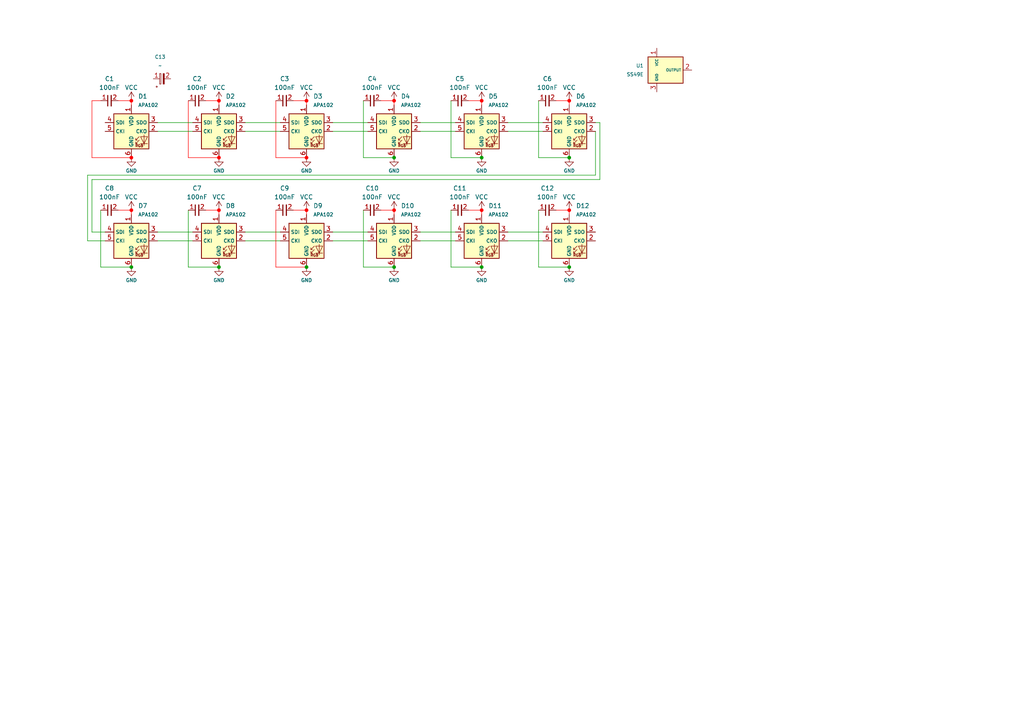
<source format=kicad_sch>
(kicad_sch (version 20250114) (generator "eeschema") (generator_version "9.0")
  (paper "A4")
  (lib_symbols
    (symbol "Symbols:APA102 LED"
      (property "Reference" "D" (at 2.032 8.636 0))
      (property "Value" "APA102" (at 4.318 6.604 0))
      (symbol "APA102 LED_0_0"
        (text "RGB" (at 2.286 -4.191 0) (effects (font (size 0.762 0.762))))
      )
      (symbol "APA102 LED_0_1"
        (rectangle (start -5.08 5.08) (end 5.08 -5.08) (stroke (width 0.254)) (fill (type background)))
        (polyline (pts (xy 1.27 -2.54) (xy 1.778 -2.54)))
        (polyline (pts (xy 1.27 -3.556) (xy 1.778 -3.556)))
        (polyline (pts (xy 2.286 -1.524) (xy 1.27 -2.54) (xy 1.27 -2.032)))
        (polyline (pts (xy 2.286 -2.54) (xy 1.27 -3.556) (xy 1.27 -3.048)))
        (polyline (pts (xy 3.683 -1.016) (xy 3.683 -3.556) (xy 3.683 -4.064)))
        (polyline (pts (xy 4.699 -1.524) (xy 2.667 -1.524) (xy 3.683 -3.556) (xy 4.699 -1.524)))
        (polyline (pts (xy 4.699 -3.556) (xy 2.667 -3.556)))
      )
      (symbol "APA102 LED_1_1"
        (pin input line (at -7.62 2.54 0) (length 2.54) (name "SDI") (number "4"))
        (pin input line (at -7.62 0 0) (length 2.54) (name "CKI") (number "5"))
        (pin power_in line (at 0 7.62 270) (length 2.54) (name "VDD") (number "1"))
        (pin power_in line (at 0 -7.62 90) (length 2.54) (name "GND") (number "6"))
        (pin output line (at 7.62 2.54 180) (length 2.54) (name "SDO") (number "3"))
        (pin output line (at 7.62 0 180) (length 2.54) (name "CKO") (number "2"))
      )
    )
    (symbol "Symbols:Capacitor 0603"
      (property "Reference" "C" (at -3.048 0 90))
      (symbol "Capacitor 0603_0_1"
        (polyline (pts (xy -1.524 0.508) (xy 1.524 0.508)) (stroke (width 0.3048)))
        (polyline (pts (xy -1.524 -0.508) (xy 1.524 -0.508)) (stroke (width 0.3302)))
      )
      (symbol "Capacitor 0603_1_1"
        (pin passive line (at 0 2.54 270) (length 2.032) (name "~") (number "1"))
        (pin passive line (at 0 -2.54 90) (length 2.032) (name "~") (number "2"))
      )
    )
    (symbol "Symbols:Capacitor Electrolytic"
      (property "Reference" "C" (at -3.302 0 90))
      (symbol "Capacitor Electrolytic_0_1"
        (polyline (pts (xy -2.54 1.524) (xy -2.032 1.524)))
        (polyline (pts (xy -2.286 1.27) (xy -2.286 1.778)))
        (rectangle (start -1.524 0.6858) (end 1.524 0.3048))
        (rectangle (start -1.524 -0.3048) (end 1.524 -0.6858) (fill (type outline)))
      )
      (symbol "Capacitor Electrolytic_1_1"
        (pin passive line (at 0 2.54 270) (length 1.8542) (name "~") (number "1"))
        (pin passive line (at 0 -2.54 90) (length 1.8542) (name "~") (number "2"))
      )
    )
    (symbol "Symbols:GND" (power) (pin_numbers (hide yes)) (pin_names (hide yes))
      (property "Value" "GND" (at 0 -3.302 0))
      (symbol "GND_0_1"
        (polyline (pts (xy 0 0) (xy 0 -1.27) (xy 1.27 -1.27) (xy 0 -2.54) (xy -1.27 -1.27) (xy 0 -1.27)))
      )
      (symbol "GND_1_1"
        (pin power_in line (at 0 0 270) (length 0) (name "~") (number ""))
      )
    )
    (symbol "Symbols:SS49E Hall Sensor"
      (property "Reference" "U" (at 0 1.778 0))
      (property "Value" "SS49E" (at 2.032 4.826 0))
      (symbol "SS49E Hall Sensor_0_1"
        (rectangle (start -5.08 3.81) (end 5.08 -3.81) (stroke (width 0.254)) (fill (type background)))
      )
      (symbol "SS49E Hall Sensor_1_1"
        (pin power_in line (at -2.54 6.35 270) (length 2.54) (name "VCC") (number "1"))
        (pin power_in line (at -2.54 -6.35 90) (length 2.54) (name "GND") (number "3"))
        (pin output line (at 7.62 0 180) (length 2.54) (name "OUTPUT") (number "2"))
      )
    )
    (symbol "Symbols:VCC" (power) (pin_numbers (hide yes)) (pin_names (hide yes))
      (property "Value" "VCC" (at 0 3.81 0))
      (symbol "VCC_0_1"
        (polyline (pts (xy -0.762 1.27) (xy 0 2.54)))
        (polyline (pts (xy 0 2.54) (xy 0.762 1.27)))
        (polyline (pts (xy 0 0) (xy 0 2.54)))
      )
      (symbol "VCC_1_1"
        (pin power_in line (at 0 0 90) (length 0) (name "~") (number ""))
      )
    )
  )
  (junction (at 88.9 29.21) (color 255 0 0 1))
  (junction (at 165.1 60.96) (color 255 0 0 1))
  (junction (at 63.5 45.72) (color 255 0 0 1))
  (junction (at 165.1 45.72))
  (junction (at 114.3 29.21) (color 255 0 0 1))
  (junction (at 139.7 29.21) (color 255 0 0 1))
  (junction (at 38.1 29.21) (color 255 0 0 1))
  (junction (at 38.1 45.72) (color 255 0 0 1))
  (junction (at 63.5 29.21) (color 255 0 0 1))
  (junction (at 88.9 77.47))
  (junction (at 88.9 60.96) (color 255 0 0 1))
  (junction (at 38.1 77.47))
  (junction (at 165.1 29.21) (color 255 0 0 1))
  (junction (at 63.5 60.96) (color 255 0 0 1))
  (junction (at 139.7 45.72))
  (junction (at 165.1 77.47))
  (junction (at 88.9 45.72) (color 255 0 0 1))
  (junction (at 63.5 77.47))
  (junction (at 139.7 60.96) (color 255 0 0 1))
  (junction (at 139.7 77.47))
  (junction (at 114.3 45.72))
  (junction (at 114.3 60.96) (color 255 0 0 1))
  (junction (at 38.1 60.96) (color 255 0 0 1))
  (junction (at 114.3 77.47))
  (wire (pts (xy 130.81 60.96) (xy 130.81 77.47)))
  (wire (pts (xy 71.12 67.31) (xy 81.28 67.31)))
  (wire (pts (xy 85.09 60.96) (xy 88.9 60.96)) (stroke (width 0) (color 255 0 0 1)))
  (wire (pts (xy 29.21 29.21) (xy 26.67 29.21)) (stroke (width 0) (color 255 0 0 1)))
  (wire (pts (xy 135.89 60.96) (xy 139.7 60.96)) (stroke (width 0) (color 255 0 0 1)))
  (wire (pts (xy 114.3 30.48) (xy 114.3 29.21)) (stroke (width 0) (color 255 0 0 1)))
  (wire (pts (xy 45.72 69.85) (xy 55.88 69.85)))
  (wire (pts (xy 147.32 69.85) (xy 157.48 69.85)))
  (wire (pts (xy 45.72 67.31) (xy 55.88 67.31)))
  (wire (pts (xy 63.5 30.48) (xy 63.5 29.21)) (stroke (width 0) (color 255 0 0 1)))
  (wire (pts (xy 54.61 77.47) (xy 63.5 77.47)))
  (wire (pts (xy 156.21 45.72) (xy 165.1 45.72)))
  (wire (pts (xy 80.01 60.96) (xy 80.01 77.47)) (stroke (width 0) (color 255 0 0 1)))
  (wire (pts (xy 173.99 35.56) (xy 173.99 52.07)))
  (wire (pts (xy 80.01 29.21) (xy 80.01 45.72)) (stroke (width 0) (color 255 0 0 1)))
  (wire (pts (xy 114.3 29.21) (xy 110.49 29.21)) (stroke (width 0) (color 255 0 0 1)))
  (wire (pts (xy 26.67 67.31) (xy 30.48 67.31)))
  (wire (pts (xy 45.72 35.56) (xy 55.88 35.56)))
  (wire (pts (xy 63.5 29.21) (xy 59.69 29.21)) (stroke (width 0) (color 255 0 0 1)))
  (wire (pts (xy 38.1 29.21) (xy 38.1 30.48)) (stroke (width 0) (color 255 0 0 1)))
  (wire (pts (xy 71.12 35.56) (xy 81.28 35.56)))
  (wire (pts (xy 139.7 30.48) (xy 139.7 29.21)) (stroke (width 0) (color 255 0 0 1)))
  (wire (pts (xy 105.41 45.72) (xy 114.3 45.72)))
  (wire (pts (xy 130.81 45.72) (xy 139.7 45.72)))
  (wire (pts (xy 88.9 30.48) (xy 88.9 29.21)) (stroke (width 0) (color 255 0 0 1)))
  (wire (pts (xy 105.41 29.21) (xy 105.41 45.72)))
  (wire (pts (xy 88.9 29.21) (xy 85.09 29.21)) (stroke (width 0) (color 255 0 0 1)))
  (wire (pts (xy 156.21 29.21) (xy 156.21 45.72)))
  (wire (pts (xy 172.72 50.8) (xy 25.4 50.8)))
  (wire (pts (xy 139.7 60.96) (xy 139.7 62.23)) (stroke (width 0) (color 255 0 0 1)))
  (wire (pts (xy 26.67 52.07) (xy 26.67 67.31)))
  (wire (pts (xy 165.1 30.48) (xy 165.1 29.21)) (stroke (width 0) (color 255 0 0 1)))
  (wire (pts (xy 26.67 29.21) (xy 26.67 45.72)) (stroke (width 0) (color 255 0 0 1)))
  (wire (pts (xy 54.61 29.21) (xy 54.61 45.72)) (stroke (width 0) (color 255 0 0 1)))
  (wire (pts (xy 54.61 60.96) (xy 54.61 77.47)))
  (wire (pts (xy 29.21 60.96) (xy 29.21 77.47)))
  (wire (pts (xy 25.4 50.8) (xy 25.4 69.85)))
  (wire (pts (xy 165.1 60.96) (xy 165.1 62.23)) (stroke (width 0) (color 255 0 0 1)))
  (wire (pts (xy 88.9 60.96) (xy 88.9 62.23)) (stroke (width 0) (color 255 0 0 1)))
  (wire (pts (xy 172.72 35.56) (xy 173.99 35.56)))
  (wire (pts (xy 121.92 38.1) (xy 132.08 38.1)))
  (wire (pts (xy 147.32 35.56) (xy 157.48 35.56)))
  (wire (pts (xy 147.32 38.1) (xy 157.48 38.1)))
  (wire (pts (xy 105.41 77.47) (xy 114.3 77.47)))
  (wire (pts (xy 29.21 77.47) (xy 38.1 77.47)))
  (wire (pts (xy 147.32 67.31) (xy 157.48 67.31)))
  (wire (pts (xy 26.67 45.72) (xy 38.1 45.72)) (stroke (width 0) (color 255 0 0 1)))
  (wire (pts (xy 34.29 29.21) (xy 38.1 29.21)) (stroke (width 0) (color 255 0 0 1)))
  (wire (pts (xy 130.81 29.21) (xy 130.81 45.72)))
  (wire (pts (xy 121.92 69.85) (xy 132.08 69.85)))
  (wire (pts (xy 45.72 38.1) (xy 55.88 38.1)))
  (wire (pts (xy 25.4 69.85) (xy 30.48 69.85)))
  (wire (pts (xy 96.52 38.1) (xy 106.68 38.1)))
  (wire (pts (xy 156.21 77.47) (xy 165.1 77.47)))
  (wire (pts (xy 161.29 60.96) (xy 165.1 60.96)) (stroke (width 0) (color 255 0 0 1)))
  (wire (pts (xy 38.1 60.96) (xy 38.1 62.23)) (stroke (width 0) (color 255 0 0 1)))
  (wire (pts (xy 71.12 38.1) (xy 81.28 38.1)))
  (wire (pts (xy 71.12 69.85) (xy 81.28 69.85)))
  (wire (pts (xy 96.52 67.31) (xy 106.68 67.31)))
  (wire (pts (xy 173.99 52.07) (xy 26.67 52.07)))
  (wire (pts (xy 165.1 29.21) (xy 161.29 29.21)) (stroke (width 0) (color 255 0 0 1)))
  (wire (pts (xy 139.7 29.21) (xy 135.89 29.21)) (stroke (width 0) (color 255 0 0 1)))
  (wire (pts (xy 172.72 38.1) (xy 172.72 50.8)))
  (wire (pts (xy 54.61 45.72) (xy 63.5 45.72)) (stroke (width 0) (color 255 0 0 1)))
  (wire (pts (xy 34.29 60.96) (xy 38.1 60.96)) (stroke (width 0) (color 255 0 0 1)))
  (wire (pts (xy 156.21 60.96) (xy 156.21 77.47)))
  (wire (pts (xy 80.01 45.72) (xy 88.9 45.72)) (stroke (width 0) (color 255 0 0 1)))
  (wire (pts (xy 105.41 60.96) (xy 105.41 77.47)))
  (wire (pts (xy 114.3 60.96) (xy 114.3 62.23)) (stroke (width 0) (color 255 0 0 1)))
  (wire (pts (xy 59.69 60.96) (xy 63.5 60.96)) (stroke (width 0) (color 255 0 0 1)))
  (wire (pts (xy 121.92 35.56) (xy 132.08 35.56)))
  (wire (pts (xy 80.01 77.47) (xy 88.9 77.47)) (stroke (width 0) (color 255 0 0 1)))
  (wire (pts (xy 110.49 60.96) (xy 114.3 60.96)) (stroke (width 0) (color 255 0 0 1)))
  (wire (pts (xy 130.81 77.47) (xy 139.7 77.47)))
  (wire (pts (xy 121.92 67.31) (xy 132.08 67.31)))
  (wire (pts (xy 96.52 35.56) (xy 106.68 35.56)))
  (wire (pts (xy 96.52 69.85) (xy 106.68 69.85)))
  (wire (pts (xy 63.5 60.96) (xy 63.5 62.23)) (stroke (width 0) (color 255 0 0 1)))
  (symbol (lib_id "Symbols:APA102 LED") (at 63.5 69.85 0) (unit 1)
    (property "Reference" "D8" (at 65.4686 59.69 0) (effects (justify left)))
    (property "Value" "APA102" (at 65.4686 62.23 0) (effects (font (size 1.016 1.016)) (justify left)))
  )
  (symbol (lib_id "Symbols:Capacitor 0603") (at 57.15 60.96 90) (unit 1)
    (property "Reference" "C7" (at 57.1563 54.61 90))
    (property "Value" "100nF" (at 57.1563 57.15 90))
  )
  (symbol (lib_id "Symbols:VCC") (at 63.5 29.21 0) (unit 1)
    (property "Reference" "#PWR08" (effects (hide yes)))
    (property "Value" "VCC" (at 63.5 25.4 0))
  )
  (symbol (lib_id "Symbols:Capacitor 0603") (at 107.95 60.96 90) (unit 1)
    (property "Reference" "C10" (at 107.9563 54.61 90))
    (property "Value" "100nF" (at 107.9563 57.15 90))
  )
  (symbol (lib_id "Symbols:GND") (at 63.5 77.47 0) (unit 1)
    (property "Reference" "#PWR020" (effects (hide yes)))
    (property "Value" "GND" (at 63.5 81.28 0) (effects (font (size 1.016 1.016))))
  )
  (symbol (lib_id "Symbols:VCC") (at 38.1 29.21 0) (unit 1)
    (property "Reference" "#PWR07" (effects (hide yes)))
    (property "Value" "VCC" (at 38.1 25.4 0))
  )
  (symbol (lib_id "Symbols:GND") (at 165.1 77.47 0) (unit 1)
    (property "Reference" "#PWR024" (effects (hide yes)))
    (property "Value" "GND" (at 165.1 81.28 0) (effects (font (size 1.016 1.016))))
  )
  (symbol (lib_id "Symbols:Capacitor 0603") (at 31.75 29.21 90) (unit 1)
    (property "Reference" "C1" (at 31.7563 22.86 90))
    (property "Value" "100nF" (at 31.7563 25.4 90))
  )
  (symbol (lib_id "Symbols:APA102 LED") (at 165.1 69.85 0) (unit 1)
    (property "Reference" "D12" (at 167.0686 59.69 0) (effects (justify left)))
    (property "Value" "APA102" (at 167.0686 62.23 0) (effects (font (size 1.016 1.016)) (justify left)))
  )
  (symbol (lib_id "Symbols:VCC") (at 114.3 60.96 0) (unit 1)
    (property "Reference" "#PWR016" (effects (hide yes)))
    (property "Value" "VCC" (at 114.3 57.15 0))
  )
  (symbol (lib_id "Symbols:Capacitor 0603") (at 31.75 60.96 90) (unit 1)
    (property "Reference" "C8" (at 31.7563 54.61 90))
    (property "Value" "100nF" (at 31.7563 57.15 90))
  )
  (symbol (lib_id "Symbols:Capacitor 0603") (at 133.35 29.21 90) (unit 1)
    (property "Reference" "C5" (at 133.3563 22.86 90))
    (property "Value" "100nF" (at 133.3563 25.4 90))
  )
  (symbol (lib_id "Symbols:Capacitor 0603") (at 82.55 29.21 90) (unit 1)
    (property "Reference" "C3" (at 82.5563 22.86 90))
    (property "Value" "100nF" (at 82.5563 25.4 90))
  )
  (symbol (lib_id "Symbols:APA102 LED") (at 114.3 38.1 0) (unit 1)
    (property "Reference" "D4" (at 116.2686 27.94 0) (effects (justify left)))
    (property "Value" "APA102" (at 116.2686 30.48 0) (effects (font (size 1.016 1.016)) (justify left)))
  )
  (symbol (lib_id "Symbols:Capacitor 0603") (at 158.75 60.96 90) (unit 1)
    (property "Reference" "C12" (at 158.7563 54.61 90))
    (property "Value" "100nF" (at 158.7563 57.15 90))
  )
  (symbol (lib_id "Symbols:VCC") (at 88.9 29.21 0) (unit 1)
    (property "Reference" "#PWR09" (effects (hide yes)))
    (property "Value" "VCC" (at 88.9 25.4 0))
  )
  (symbol (lib_id "Symbols:VCC") (at 88.9 60.96 0) (unit 1)
    (property "Reference" "#PWR015" (effects (hide yes)))
    (property "Value" "VCC" (at 88.9 57.15 0))
  )
  (symbol (lib_id "Symbols:GND") (at 139.7 45.72 0) (unit 1)
    (property "Reference" "#PWR05" (effects (hide yes)))
    (property "Value" "GND" (at 139.7 49.53 0) (effects (font (size 1.016 1.016))))
  )
  (symbol (lib_id "Symbols:GND") (at 139.7 77.47 0) (unit 1)
    (property "Reference" "#PWR023" (effects (hide yes)))
    (property "Value" "GND" (at 139.7 81.28 0) (effects (font (size 1.016 1.016))))
  )
  (symbol (lib_id "Symbols:VCC") (at 139.7 29.21 0) (unit 1)
    (property "Reference" "#PWR011" (effects (hide yes)))
    (property "Value" "VCC" (at 139.7 25.4 0))
  )
  (symbol (lib_id "Symbols:APA102 LED") (at 38.1 38.1 0) (unit 1)
    (property "Reference" "D1" (at 40.0686 27.94 0) (effects (justify left)))
    (property "Value" "APA102" (at 40.0686 30.48 0) (effects (font (size 1.016 1.016)) (justify left)))
  )
  (symbol (lib_id "Symbols:GND") (at 88.9 77.47 0) (unit 1)
    (property "Reference" "#PWR021" (effects (hide yes)))
    (property "Value" "GND" (at 88.9 81.28 0) (effects (font (size 1.016 1.016))))
  )
  (symbol (lib_id "Symbols:VCC") (at 165.1 60.96 0) (unit 1)
    (property "Reference" "#PWR018" (effects (hide yes)))
    (property "Value" "VCC" (at 165.1 57.15 0))
  )
  (symbol (lib_id "Symbols:SS49E Hall Sensor") (at 193.04 20.32 0) (unit 1)
    (property "Reference" "U1" (at 186.69 19.0499 0) (effects (font (size 1.016 1.016)) (justify right)))
    (property "Value" "SS49E" (at 186.69 21.5899 0) (effects (font (size 1.016 1.016)) (justify right)))
  )
  (symbol (lib_id "Symbols:GND") (at 88.9 45.72 0) (unit 1)
    (property "Reference" "#PWR03" (effects (hide yes)))
    (property "Value" "GND" (at 88.9 49.53 0) (effects (font (size 1.016 1.016))))
  )
  (symbol (lib_id "Symbols:Capacitor 0603") (at 82.55 60.96 90) (unit 1)
    (property "Reference" "C9" (at 82.5563 54.61 90))
    (property "Value" "100nF" (at 82.5563 57.15 90))
  )
  (symbol (lib_id "Symbols:APA102 LED") (at 165.1 38.1 0) (unit 1)
    (property "Reference" "D6" (at 167.0686 27.94 0) (effects (justify left)))
    (property "Value" "APA102" (at 167.0686 30.48 0) (effects (font (size 1.016 1.016)) (justify left)))
  )
  (symbol (lib_id "Symbols:APA102 LED") (at 139.7 69.85 0) (unit 1)
    (property "Reference" "D11" (at 141.6686 59.69 0) (effects (justify left)))
    (property "Value" "APA102" (at 141.6686 62.23 0) (effects (font (size 1.016 1.016)) (justify left)))
  )
  (symbol (lib_id "Symbols:GND") (at 165.1 45.72 0) (unit 1)
    (property "Reference" "#PWR06" (effects (hide yes)))
    (property "Value" "GND" (at 165.1 49.53 0) (effects (font (size 1.016 1.016))))
  )
  (symbol (lib_id "Symbols:GND") (at 38.1 77.47 0) (unit 1)
    (property "Reference" "#PWR019" (effects (hide yes)))
    (property "Value" "GND" (at 38.1 81.28 0) (effects (font (size 1.016 1.016))))
  )
  (symbol (lib_id "Symbols:APA102 LED") (at 88.9 69.85 0) (unit 1)
    (property "Reference" "D9" (at 90.8686 59.69 0) (effects (justify left)))
    (property "Value" "APA102" (at 90.8686 62.23 0) (effects (font (size 1.016 1.016)) (justify left)))
  )
  (symbol (lib_id "Symbols:Capacitor Electrolytic") (at 46.99 22.86 90) (unit 1)
    (property "Reference" "C13" (at 46.4439 16.51 90) (effects (font (size 1.016 1.016))))
    (property "Value" "~" (at 46.4439 19.05 90))
  )
  (symbol (lib_id "Symbols:Capacitor 0603") (at 57.15 29.21 90) (unit 1)
    (property "Reference" "C2" (at 57.1563 22.86 90))
    (property "Value" "100nF" (at 57.1563 25.4 90))
  )
  (symbol (lib_id "Symbols:APA102 LED") (at 38.1 69.85 0) (unit 1)
    (property "Reference" "D7" (at 40.0686 59.69 0) (effects (justify left)))
    (property "Value" "APA102" (at 40.0686 62.23 0) (effects (font (size 1.016 1.016)) (justify left)))
  )
  (symbol (lib_id "Symbols:APA102 LED") (at 63.5 38.1 0) (unit 1)
    (property "Reference" "D2" (at 65.4686 27.94 0) (effects (justify left)))
    (property "Value" "APA102" (at 65.4686 30.48 0) (effects (font (size 1.016 1.016)) (justify left)))
  )
  (symbol (lib_id "Symbols:VCC") (at 38.1 60.96 0) (unit 1)
    (property "Reference" "#PWR014" (effects (hide yes)))
    (property "Value" "VCC" (at 38.1 57.15 0))
  )
  (symbol (lib_id "Symbols:APA102 LED") (at 114.3 69.85 0) (unit 1)
    (property "Reference" "D10" (at 116.2686 59.69 0) (effects (justify left)))
    (property "Value" "APA102" (at 116.2686 62.23 0) (effects (font (size 1.016 1.016)) (justify left)))
  )
  (symbol (lib_id "Symbols:Capacitor 0603") (at 158.75 29.21 90) (unit 1)
    (property "Reference" "C6" (at 158.7563 22.86 90))
    (property "Value" "100nF" (at 158.7563 25.4 90))
  )
  (symbol (lib_id "Symbols:GND") (at 114.3 45.72 0) (unit 1)
    (property "Reference" "#PWR04" (effects (hide yes)))
    (property "Value" "GND" (at 114.3 49.53 0) (effects (font (size 1.016 1.016))))
  )
  (symbol (lib_id "Symbols:Capacitor 0603") (at 133.35 60.96 90) (unit 1)
    (property "Reference" "C11" (at 133.3563 54.61 90))
    (property "Value" "100nF" (at 133.3563 57.15 90))
  )
  (symbol (lib_id "Symbols:GND") (at 38.1 45.72 0) (unit 1)
    (property "Reference" "#PWR01" (effects (hide yes)))
    (property "Value" "GND" (at 38.1 49.53 0) (effects (font (size 1.016 1.016))))
  )
  (symbol (lib_id "Symbols:APA102 LED") (at 88.9 38.1 0) (unit 1)
    (property "Reference" "D3" (at 90.8686 27.94 0) (effects (justify left)))
    (property "Value" "APA102" (at 90.8686 30.48 0) (effects (font (size 1.016 1.016)) (justify left)))
  )
  (symbol (lib_id "Symbols:Capacitor 0603") (at 107.95 29.21 90) (unit 1)
    (property "Reference" "C4" (at 107.9563 22.86 90))
    (property "Value" "100nF" (at 107.9563 25.4 90))
  )
  (symbol (lib_id "Symbols:APA102 LED") (at 139.7 38.1 0) (unit 1)
    (property "Reference" "D5" (at 141.6686 27.94 0) (effects (justify left)))
    (property "Value" "APA102" (at 141.6686 30.48 0) (effects (font (size 1.016 1.016)) (justify left)))
  )
  (symbol (lib_id "Symbols:VCC") (at 114.3 29.21 0) (unit 1)
    (property "Reference" "#PWR010" (effects (hide yes)))
    (property "Value" "VCC" (at 114.3 25.4 0))
  )
  (symbol (lib_id "Symbols:GND") (at 63.5 45.72 0) (unit 1)
    (property "Reference" "#PWR02" (effects (hide yes)))
    (property "Value" "GND" (at 63.5 49.53 0) (effects (font (size 1.016 1.016))))
  )
  (symbol (lib_id "Symbols:GND") (at 114.3 77.47 0) (unit 1)
    (property "Reference" "#PWR022" (effects (hide yes)))
    (property "Value" "GND" (at 114.3 81.28 0) (effects (font (size 1.016 1.016))))
  )
  (symbol (lib_id "Symbols:VCC") (at 139.7 60.96 0) (unit 1)
    (property "Reference" "#PWR017" (effects (hide yes)))
    (property "Value" "VCC" (at 139.7 57.15 0))
  )
  (symbol (lib_id "Symbols:VCC") (at 63.5 60.96 0) (unit 1)
    (property "Reference" "#PWR013" (effects (hide yes)))
    (property "Value" "VCC" (at 63.5 57.15 0))
  )
  (symbol (lib_id "Symbols:VCC") (at 165.1 29.21 0) (unit 1)
    (property "Reference" "#PWR012" (effects (hide yes)))
    (property "Value" "VCC" (at 165.1 25.4 0))
  )
)
</source>
